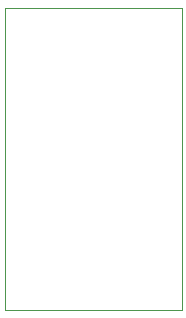
<source format=gm1>
G04 #@! TF.GenerationSoftware,KiCad,Pcbnew,(5.1.12)-1*
G04 #@! TF.CreationDate,2022-09-04T19:37:19+09:00*
G04 #@! TF.ProjectId,AT,41542e6b-6963-4616-945f-706362585858,rev?*
G04 #@! TF.SameCoordinates,PX791ddc0PY4323800*
G04 #@! TF.FileFunction,Profile,NP*
%FSLAX46Y46*%
G04 Gerber Fmt 4.6, Leading zero omitted, Abs format (unit mm)*
G04 Created by KiCad (PCBNEW (5.1.12)-1) date 2022-09-04 19:37:19*
%MOMM*%
%LPD*%
G01*
G04 APERTURE LIST*
G04 #@! TA.AperFunction,Profile*
%ADD10C,0.050000*%
G04 #@! TD*
G04 APERTURE END LIST*
D10*
X15000000Y0D02*
X0Y0D01*
X15000000Y0D02*
X15000000Y-25600000D01*
X0Y-25600000D02*
X0Y0D01*
X15000000Y-25600000D02*
X0Y-25600000D01*
M02*

</source>
